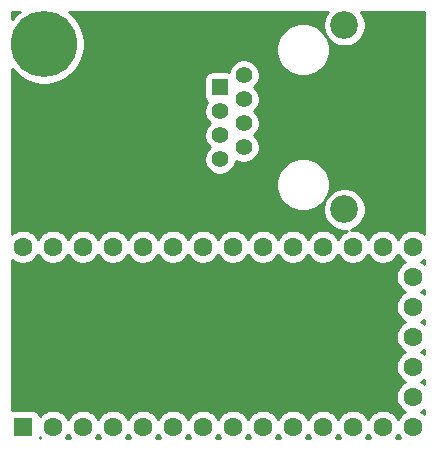
<source format=gbr>
%TF.GenerationSoftware,KiCad,Pcbnew,(5.1.8-0-10_14)*%
%TF.CreationDate,2021-03-11T09:37:04+11:00*%
%TF.ProjectId,Controller,436f6e74-726f-46c6-9c65-722e6b696361,rev?*%
%TF.SameCoordinates,Original*%
%TF.FileFunction,Copper,L2,Bot*%
%TF.FilePolarity,Positive*%
%FSLAX46Y46*%
G04 Gerber Fmt 4.6, Leading zero omitted, Abs format (unit mm)*
G04 Created by KiCad (PCBNEW (5.1.8-0-10_14)) date 2021-03-11 09:37:04*
%MOMM*%
%LPD*%
G01*
G04 APERTURE LIST*
%TA.AperFunction,ComponentPad*%
%ADD10R,1.398000X1.398000*%
%TD*%
%TA.AperFunction,ComponentPad*%
%ADD11C,1.398000*%
%TD*%
%TA.AperFunction,ComponentPad*%
%ADD12C,2.355000*%
%TD*%
%TA.AperFunction,ComponentPad*%
%ADD13C,1.600000*%
%TD*%
%TA.AperFunction,ComponentPad*%
%ADD14R,1.600000X1.600000*%
%TD*%
%TA.AperFunction,ComponentPad*%
%ADD15C,5.600000*%
%TD*%
%TA.AperFunction,NonConductor*%
%ADD16C,0.254000*%
%TD*%
%TA.AperFunction,NonConductor*%
%ADD17C,0.100000*%
%TD*%
G04 APERTURE END LIST*
D10*
%TO.P,J2,1*%
%TO.N,N/C*%
X145670000Y-82365000D03*
D11*
%TO.P,J2,2*%
X147700000Y-81345000D03*
%TO.P,J2,3*%
X147700000Y-83375000D03*
%TO.P,J2,4*%
X147700000Y-85405000D03*
%TO.P,J2,5*%
X145670000Y-84395000D03*
%TO.P,J2,6*%
X145670000Y-86425000D03*
%TO.P,J2,7*%
X145670000Y-88455000D03*
%TO.P,J2,8*%
X147700000Y-87435000D03*
D12*
%TO.P,J2,S1*%
X156210000Y-92700000D03*
%TO.P,J2,S2*%
X156210000Y-77100000D03*
%TD*%
D13*
%TO.P,U2,17*%
%TO.N,N/C*%
X162000000Y-103480000D03*
%TO.P,U2,18*%
X162000000Y-100940000D03*
%TO.P,U2,19*%
X162000000Y-98400000D03*
%TO.P,U2,20*%
X162000000Y-95860000D03*
%TO.P,U2,16*%
X162000000Y-106020000D03*
%TO.P,U2,15*%
X162000000Y-108560000D03*
%TO.P,U2,14*%
X162000000Y-111100000D03*
%TO.P,U2,21*%
X159460000Y-95860000D03*
%TO.P,U2,22*%
X156920000Y-95860000D03*
%TO.P,U2,23*%
X154380000Y-95860000D03*
%TO.P,U2,24*%
X151840000Y-95860000D03*
%TO.P,U2,25*%
X149300000Y-95860000D03*
%TO.P,U2,26*%
X146760000Y-95860000D03*
%TO.P,U2,27*%
X144220000Y-95860000D03*
%TO.P,U2,28*%
X141680000Y-95860000D03*
%TO.P,U2,29*%
X139140000Y-95860000D03*
%TO.P,U2,30*%
X136600000Y-95860000D03*
%TO.P,U2,31*%
X134060000Y-95860000D03*
%TO.P,U2,32*%
X131520000Y-95860000D03*
%TO.P,U2,33*%
X128980000Y-95860000D03*
%TO.P,U2,13*%
X159460000Y-111100000D03*
%TO.P,U2,12*%
X156920000Y-111100000D03*
%TO.P,U2,11*%
X154380000Y-111100000D03*
%TO.P,U2,10*%
X151840000Y-111100000D03*
%TO.P,U2,9*%
X149300000Y-111100000D03*
%TO.P,U2,8*%
X146760000Y-111100000D03*
%TO.P,U2,7*%
X144220000Y-111100000D03*
%TO.P,U2,6*%
X141680000Y-111100000D03*
%TO.P,U2,5*%
X139140000Y-111100000D03*
%TO.P,U2,4*%
X136600000Y-111100000D03*
%TO.P,U2,3*%
X134060000Y-111100000D03*
%TO.P,U2,2*%
X131520000Y-111100000D03*
D14*
%TO.P,U2,1*%
X128980000Y-111100000D03*
%TD*%
D15*
%TO.P,REF\u002A\u002A,1*%
%TO.N,N/C*%
X130800000Y-78700000D03*
%TD*%
D16*
X158345363Y-112014759D02*
X158370604Y-112040000D01*
X158009396Y-112040000D01*
X158034637Y-112014759D01*
X158190000Y-111782241D01*
X158345363Y-112014759D01*
%TA.AperFunction,NonConductor*%
D17*
G36*
X158345363Y-112014759D02*
G01*
X158370604Y-112040000D01*
X158009396Y-112040000D01*
X158034637Y-112014759D01*
X158190000Y-111782241D01*
X158345363Y-112014759D01*
G37*
%TD.AperFunction*%
D16*
X155805363Y-112014759D02*
X155830604Y-112040000D01*
X155469396Y-112040000D01*
X155494637Y-112014759D01*
X155650000Y-111782241D01*
X155805363Y-112014759D01*
%TA.AperFunction,NonConductor*%
D17*
G36*
X155805363Y-112014759D02*
G01*
X155830604Y-112040000D01*
X155469396Y-112040000D01*
X155494637Y-112014759D01*
X155650000Y-111782241D01*
X155805363Y-112014759D01*
G37*
%TD.AperFunction*%
D16*
X160885363Y-112014759D02*
X160910604Y-112040000D01*
X160549396Y-112040000D01*
X160574637Y-112014759D01*
X160730000Y-111782241D01*
X160885363Y-112014759D01*
%TA.AperFunction,NonConductor*%
D17*
G36*
X160885363Y-112014759D02*
G01*
X160910604Y-112040000D01*
X160549396Y-112040000D01*
X160574637Y-112014759D01*
X160730000Y-111782241D01*
X160885363Y-112014759D01*
G37*
%TD.AperFunction*%
D16*
X130430604Y-112040000D02*
X130401105Y-112040000D01*
X130405812Y-112024482D01*
X130406643Y-112016039D01*
X130430604Y-112040000D01*
%TA.AperFunction,NonConductor*%
D17*
G36*
X130430604Y-112040000D02*
G01*
X130401105Y-112040000D01*
X130405812Y-112024482D01*
X130406643Y-112016039D01*
X130430604Y-112040000D01*
G37*
%TD.AperFunction*%
D16*
X132945363Y-112014759D02*
X132970604Y-112040000D01*
X132609396Y-112040000D01*
X132634637Y-112014759D01*
X132790000Y-111782241D01*
X132945363Y-112014759D01*
%TA.AperFunction,NonConductor*%
D17*
G36*
X132945363Y-112014759D02*
G01*
X132970604Y-112040000D01*
X132609396Y-112040000D01*
X132634637Y-112014759D01*
X132790000Y-111782241D01*
X132945363Y-112014759D01*
G37*
%TD.AperFunction*%
D16*
X135485363Y-112014759D02*
X135510604Y-112040000D01*
X135149396Y-112040000D01*
X135174637Y-112014759D01*
X135330000Y-111782241D01*
X135485363Y-112014759D01*
%TA.AperFunction,NonConductor*%
D17*
G36*
X135485363Y-112014759D02*
G01*
X135510604Y-112040000D01*
X135149396Y-112040000D01*
X135174637Y-112014759D01*
X135330000Y-111782241D01*
X135485363Y-112014759D01*
G37*
%TD.AperFunction*%
D16*
X138025363Y-112014759D02*
X138050604Y-112040000D01*
X137689396Y-112040000D01*
X137714637Y-112014759D01*
X137870000Y-111782241D01*
X138025363Y-112014759D01*
%TA.AperFunction,NonConductor*%
D17*
G36*
X138025363Y-112014759D02*
G01*
X138050604Y-112040000D01*
X137689396Y-112040000D01*
X137714637Y-112014759D01*
X137870000Y-111782241D01*
X138025363Y-112014759D01*
G37*
%TD.AperFunction*%
D16*
X140565363Y-112014759D02*
X140590604Y-112040000D01*
X140229396Y-112040000D01*
X140254637Y-112014759D01*
X140410000Y-111782241D01*
X140565363Y-112014759D01*
%TA.AperFunction,NonConductor*%
D17*
G36*
X140565363Y-112014759D02*
G01*
X140590604Y-112040000D01*
X140229396Y-112040000D01*
X140254637Y-112014759D01*
X140410000Y-111782241D01*
X140565363Y-112014759D01*
G37*
%TD.AperFunction*%
D16*
X143105363Y-112014759D02*
X143130604Y-112040000D01*
X142769396Y-112040000D01*
X142794637Y-112014759D01*
X142950000Y-111782241D01*
X143105363Y-112014759D01*
%TA.AperFunction,NonConductor*%
D17*
G36*
X143105363Y-112014759D02*
G01*
X143130604Y-112040000D01*
X142769396Y-112040000D01*
X142794637Y-112014759D01*
X142950000Y-111782241D01*
X143105363Y-112014759D01*
G37*
%TD.AperFunction*%
D16*
X145645363Y-112014759D02*
X145670604Y-112040000D01*
X145309396Y-112040000D01*
X145334637Y-112014759D01*
X145490000Y-111782241D01*
X145645363Y-112014759D01*
%TA.AperFunction,NonConductor*%
D17*
G36*
X145645363Y-112014759D02*
G01*
X145670604Y-112040000D01*
X145309396Y-112040000D01*
X145334637Y-112014759D01*
X145490000Y-111782241D01*
X145645363Y-112014759D01*
G37*
%TD.AperFunction*%
D16*
X148185363Y-112014759D02*
X148210604Y-112040000D01*
X147849396Y-112040000D01*
X147874637Y-112014759D01*
X148030000Y-111782241D01*
X148185363Y-112014759D01*
%TA.AperFunction,NonConductor*%
D17*
G36*
X148185363Y-112014759D02*
G01*
X148210604Y-112040000D01*
X147849396Y-112040000D01*
X147874637Y-112014759D01*
X148030000Y-111782241D01*
X148185363Y-112014759D01*
G37*
%TD.AperFunction*%
D16*
X150725363Y-112014759D02*
X150750604Y-112040000D01*
X150389396Y-112040000D01*
X150414637Y-112014759D01*
X150570000Y-111782241D01*
X150725363Y-112014759D01*
%TA.AperFunction,NonConductor*%
D17*
G36*
X150725363Y-112014759D02*
G01*
X150750604Y-112040000D01*
X150389396Y-112040000D01*
X150414637Y-112014759D01*
X150570000Y-111782241D01*
X150725363Y-112014759D01*
G37*
%TD.AperFunction*%
D16*
X153265363Y-112014759D02*
X153290604Y-112040000D01*
X152929396Y-112040000D01*
X152954637Y-112014759D01*
X153110000Y-111782241D01*
X153265363Y-112014759D01*
%TA.AperFunction,NonConductor*%
D17*
G36*
X153265363Y-112014759D02*
G01*
X153290604Y-112040000D01*
X152929396Y-112040000D01*
X152954637Y-112014759D01*
X153110000Y-111782241D01*
X153265363Y-112014759D01*
G37*
%TD.AperFunction*%
D16*
X160885363Y-96774759D02*
X161085241Y-96974637D01*
X161317759Y-97130000D01*
X161085241Y-97285363D01*
X160885363Y-97485241D01*
X160728320Y-97720273D01*
X160620147Y-97981426D01*
X160565000Y-98258665D01*
X160565000Y-98541335D01*
X160620147Y-98818574D01*
X160728320Y-99079727D01*
X160885363Y-99314759D01*
X161085241Y-99514637D01*
X161317759Y-99670000D01*
X161085241Y-99825363D01*
X160885363Y-100025241D01*
X160728320Y-100260273D01*
X160620147Y-100521426D01*
X160565000Y-100798665D01*
X160565000Y-101081335D01*
X160620147Y-101358574D01*
X160728320Y-101619727D01*
X160885363Y-101854759D01*
X161085241Y-102054637D01*
X161317759Y-102210000D01*
X161085241Y-102365363D01*
X160885363Y-102565241D01*
X160728320Y-102800273D01*
X160620147Y-103061426D01*
X160565000Y-103338665D01*
X160565000Y-103621335D01*
X160620147Y-103898574D01*
X160728320Y-104159727D01*
X160885363Y-104394759D01*
X161085241Y-104594637D01*
X161317759Y-104750000D01*
X161085241Y-104905363D01*
X160885363Y-105105241D01*
X160728320Y-105340273D01*
X160620147Y-105601426D01*
X160565000Y-105878665D01*
X160565000Y-106161335D01*
X160620147Y-106438574D01*
X160728320Y-106699727D01*
X160885363Y-106934759D01*
X161085241Y-107134637D01*
X161317759Y-107290000D01*
X161085241Y-107445363D01*
X160885363Y-107645241D01*
X160728320Y-107880273D01*
X160620147Y-108141426D01*
X160565000Y-108418665D01*
X160565000Y-108701335D01*
X160620147Y-108978574D01*
X160728320Y-109239727D01*
X160885363Y-109474759D01*
X161085241Y-109674637D01*
X161317759Y-109830000D01*
X161085241Y-109985363D01*
X160885363Y-110185241D01*
X160730000Y-110417759D01*
X160574637Y-110185241D01*
X160374759Y-109985363D01*
X160139727Y-109828320D01*
X159878574Y-109720147D01*
X159601335Y-109665000D01*
X159318665Y-109665000D01*
X159041426Y-109720147D01*
X158780273Y-109828320D01*
X158545241Y-109985363D01*
X158345363Y-110185241D01*
X158190000Y-110417759D01*
X158034637Y-110185241D01*
X157834759Y-109985363D01*
X157599727Y-109828320D01*
X157338574Y-109720147D01*
X157061335Y-109665000D01*
X156778665Y-109665000D01*
X156501426Y-109720147D01*
X156240273Y-109828320D01*
X156005241Y-109985363D01*
X155805363Y-110185241D01*
X155650000Y-110417759D01*
X155494637Y-110185241D01*
X155294759Y-109985363D01*
X155059727Y-109828320D01*
X154798574Y-109720147D01*
X154521335Y-109665000D01*
X154238665Y-109665000D01*
X153961426Y-109720147D01*
X153700273Y-109828320D01*
X153465241Y-109985363D01*
X153265363Y-110185241D01*
X153110000Y-110417759D01*
X152954637Y-110185241D01*
X152754759Y-109985363D01*
X152519727Y-109828320D01*
X152258574Y-109720147D01*
X151981335Y-109665000D01*
X151698665Y-109665000D01*
X151421426Y-109720147D01*
X151160273Y-109828320D01*
X150925241Y-109985363D01*
X150725363Y-110185241D01*
X150570000Y-110417759D01*
X150414637Y-110185241D01*
X150214759Y-109985363D01*
X149979727Y-109828320D01*
X149718574Y-109720147D01*
X149441335Y-109665000D01*
X149158665Y-109665000D01*
X148881426Y-109720147D01*
X148620273Y-109828320D01*
X148385241Y-109985363D01*
X148185363Y-110185241D01*
X148030000Y-110417759D01*
X147874637Y-110185241D01*
X147674759Y-109985363D01*
X147439727Y-109828320D01*
X147178574Y-109720147D01*
X146901335Y-109665000D01*
X146618665Y-109665000D01*
X146341426Y-109720147D01*
X146080273Y-109828320D01*
X145845241Y-109985363D01*
X145645363Y-110185241D01*
X145490000Y-110417759D01*
X145334637Y-110185241D01*
X145134759Y-109985363D01*
X144899727Y-109828320D01*
X144638574Y-109720147D01*
X144361335Y-109665000D01*
X144078665Y-109665000D01*
X143801426Y-109720147D01*
X143540273Y-109828320D01*
X143305241Y-109985363D01*
X143105363Y-110185241D01*
X142950000Y-110417759D01*
X142794637Y-110185241D01*
X142594759Y-109985363D01*
X142359727Y-109828320D01*
X142098574Y-109720147D01*
X141821335Y-109665000D01*
X141538665Y-109665000D01*
X141261426Y-109720147D01*
X141000273Y-109828320D01*
X140765241Y-109985363D01*
X140565363Y-110185241D01*
X140410000Y-110417759D01*
X140254637Y-110185241D01*
X140054759Y-109985363D01*
X139819727Y-109828320D01*
X139558574Y-109720147D01*
X139281335Y-109665000D01*
X138998665Y-109665000D01*
X138721426Y-109720147D01*
X138460273Y-109828320D01*
X138225241Y-109985363D01*
X138025363Y-110185241D01*
X137870000Y-110417759D01*
X137714637Y-110185241D01*
X137514759Y-109985363D01*
X137279727Y-109828320D01*
X137018574Y-109720147D01*
X136741335Y-109665000D01*
X136458665Y-109665000D01*
X136181426Y-109720147D01*
X135920273Y-109828320D01*
X135685241Y-109985363D01*
X135485363Y-110185241D01*
X135330000Y-110417759D01*
X135174637Y-110185241D01*
X134974759Y-109985363D01*
X134739727Y-109828320D01*
X134478574Y-109720147D01*
X134201335Y-109665000D01*
X133918665Y-109665000D01*
X133641426Y-109720147D01*
X133380273Y-109828320D01*
X133145241Y-109985363D01*
X132945363Y-110185241D01*
X132790000Y-110417759D01*
X132634637Y-110185241D01*
X132434759Y-109985363D01*
X132199727Y-109828320D01*
X131938574Y-109720147D01*
X131661335Y-109665000D01*
X131378665Y-109665000D01*
X131101426Y-109720147D01*
X130840273Y-109828320D01*
X130605241Y-109985363D01*
X130406643Y-110183961D01*
X130405812Y-110175518D01*
X130369502Y-110055820D01*
X130310537Y-109945506D01*
X130231185Y-109848815D01*
X130134494Y-109769463D01*
X130024180Y-109710498D01*
X129904482Y-109674188D01*
X129780000Y-109661928D01*
X128180000Y-109661928D01*
X128060000Y-109673747D01*
X128060000Y-96969396D01*
X128065241Y-96974637D01*
X128300273Y-97131680D01*
X128561426Y-97239853D01*
X128838665Y-97295000D01*
X129121335Y-97295000D01*
X129398574Y-97239853D01*
X129659727Y-97131680D01*
X129894759Y-96974637D01*
X130094637Y-96774759D01*
X130250000Y-96542241D01*
X130405363Y-96774759D01*
X130605241Y-96974637D01*
X130840273Y-97131680D01*
X131101426Y-97239853D01*
X131378665Y-97295000D01*
X131661335Y-97295000D01*
X131938574Y-97239853D01*
X132199727Y-97131680D01*
X132434759Y-96974637D01*
X132634637Y-96774759D01*
X132790000Y-96542241D01*
X132945363Y-96774759D01*
X133145241Y-96974637D01*
X133380273Y-97131680D01*
X133641426Y-97239853D01*
X133918665Y-97295000D01*
X134201335Y-97295000D01*
X134478574Y-97239853D01*
X134739727Y-97131680D01*
X134974759Y-96974637D01*
X135174637Y-96774759D01*
X135330000Y-96542241D01*
X135485363Y-96774759D01*
X135685241Y-96974637D01*
X135920273Y-97131680D01*
X136181426Y-97239853D01*
X136458665Y-97295000D01*
X136741335Y-97295000D01*
X137018574Y-97239853D01*
X137279727Y-97131680D01*
X137514759Y-96974637D01*
X137714637Y-96774759D01*
X137870000Y-96542241D01*
X138025363Y-96774759D01*
X138225241Y-96974637D01*
X138460273Y-97131680D01*
X138721426Y-97239853D01*
X138998665Y-97295000D01*
X139281335Y-97295000D01*
X139558574Y-97239853D01*
X139819727Y-97131680D01*
X140054759Y-96974637D01*
X140254637Y-96774759D01*
X140410000Y-96542241D01*
X140565363Y-96774759D01*
X140765241Y-96974637D01*
X141000273Y-97131680D01*
X141261426Y-97239853D01*
X141538665Y-97295000D01*
X141821335Y-97295000D01*
X142098574Y-97239853D01*
X142359727Y-97131680D01*
X142594759Y-96974637D01*
X142794637Y-96774759D01*
X142950000Y-96542241D01*
X143105363Y-96774759D01*
X143305241Y-96974637D01*
X143540273Y-97131680D01*
X143801426Y-97239853D01*
X144078665Y-97295000D01*
X144361335Y-97295000D01*
X144638574Y-97239853D01*
X144899727Y-97131680D01*
X145134759Y-96974637D01*
X145334637Y-96774759D01*
X145490000Y-96542241D01*
X145645363Y-96774759D01*
X145845241Y-96974637D01*
X146080273Y-97131680D01*
X146341426Y-97239853D01*
X146618665Y-97295000D01*
X146901335Y-97295000D01*
X147178574Y-97239853D01*
X147439727Y-97131680D01*
X147674759Y-96974637D01*
X147874637Y-96774759D01*
X148030000Y-96542241D01*
X148185363Y-96774759D01*
X148385241Y-96974637D01*
X148620273Y-97131680D01*
X148881426Y-97239853D01*
X149158665Y-97295000D01*
X149441335Y-97295000D01*
X149718574Y-97239853D01*
X149979727Y-97131680D01*
X150214759Y-96974637D01*
X150414637Y-96774759D01*
X150570000Y-96542241D01*
X150725363Y-96774759D01*
X150925241Y-96974637D01*
X151160273Y-97131680D01*
X151421426Y-97239853D01*
X151698665Y-97295000D01*
X151981335Y-97295000D01*
X152258574Y-97239853D01*
X152519727Y-97131680D01*
X152754759Y-96974637D01*
X152954637Y-96774759D01*
X153110000Y-96542241D01*
X153265363Y-96774759D01*
X153465241Y-96974637D01*
X153700273Y-97131680D01*
X153961426Y-97239853D01*
X154238665Y-97295000D01*
X154521335Y-97295000D01*
X154798574Y-97239853D01*
X155059727Y-97131680D01*
X155294759Y-96974637D01*
X155494637Y-96774759D01*
X155650000Y-96542241D01*
X155805363Y-96774759D01*
X156005241Y-96974637D01*
X156240273Y-97131680D01*
X156501426Y-97239853D01*
X156778665Y-97295000D01*
X157061335Y-97295000D01*
X157338574Y-97239853D01*
X157599727Y-97131680D01*
X157834759Y-96974637D01*
X158034637Y-96774759D01*
X158190000Y-96542241D01*
X158345363Y-96774759D01*
X158545241Y-96974637D01*
X158780273Y-97131680D01*
X159041426Y-97239853D01*
X159318665Y-97295000D01*
X159601335Y-97295000D01*
X159878574Y-97239853D01*
X160139727Y-97131680D01*
X160374759Y-96974637D01*
X160574637Y-96774759D01*
X160730000Y-96542241D01*
X160885363Y-96774759D01*
%TA.AperFunction,NonConductor*%
D17*
G36*
X160885363Y-96774759D02*
G01*
X161085241Y-96974637D01*
X161317759Y-97130000D01*
X161085241Y-97285363D01*
X160885363Y-97485241D01*
X160728320Y-97720273D01*
X160620147Y-97981426D01*
X160565000Y-98258665D01*
X160565000Y-98541335D01*
X160620147Y-98818574D01*
X160728320Y-99079727D01*
X160885363Y-99314759D01*
X161085241Y-99514637D01*
X161317759Y-99670000D01*
X161085241Y-99825363D01*
X160885363Y-100025241D01*
X160728320Y-100260273D01*
X160620147Y-100521426D01*
X160565000Y-100798665D01*
X160565000Y-101081335D01*
X160620147Y-101358574D01*
X160728320Y-101619727D01*
X160885363Y-101854759D01*
X161085241Y-102054637D01*
X161317759Y-102210000D01*
X161085241Y-102365363D01*
X160885363Y-102565241D01*
X160728320Y-102800273D01*
X160620147Y-103061426D01*
X160565000Y-103338665D01*
X160565000Y-103621335D01*
X160620147Y-103898574D01*
X160728320Y-104159727D01*
X160885363Y-104394759D01*
X161085241Y-104594637D01*
X161317759Y-104750000D01*
X161085241Y-104905363D01*
X160885363Y-105105241D01*
X160728320Y-105340273D01*
X160620147Y-105601426D01*
X160565000Y-105878665D01*
X160565000Y-106161335D01*
X160620147Y-106438574D01*
X160728320Y-106699727D01*
X160885363Y-106934759D01*
X161085241Y-107134637D01*
X161317759Y-107290000D01*
X161085241Y-107445363D01*
X160885363Y-107645241D01*
X160728320Y-107880273D01*
X160620147Y-108141426D01*
X160565000Y-108418665D01*
X160565000Y-108701335D01*
X160620147Y-108978574D01*
X160728320Y-109239727D01*
X160885363Y-109474759D01*
X161085241Y-109674637D01*
X161317759Y-109830000D01*
X161085241Y-109985363D01*
X160885363Y-110185241D01*
X160730000Y-110417759D01*
X160574637Y-110185241D01*
X160374759Y-109985363D01*
X160139727Y-109828320D01*
X159878574Y-109720147D01*
X159601335Y-109665000D01*
X159318665Y-109665000D01*
X159041426Y-109720147D01*
X158780273Y-109828320D01*
X158545241Y-109985363D01*
X158345363Y-110185241D01*
X158190000Y-110417759D01*
X158034637Y-110185241D01*
X157834759Y-109985363D01*
X157599727Y-109828320D01*
X157338574Y-109720147D01*
X157061335Y-109665000D01*
X156778665Y-109665000D01*
X156501426Y-109720147D01*
X156240273Y-109828320D01*
X156005241Y-109985363D01*
X155805363Y-110185241D01*
X155650000Y-110417759D01*
X155494637Y-110185241D01*
X155294759Y-109985363D01*
X155059727Y-109828320D01*
X154798574Y-109720147D01*
X154521335Y-109665000D01*
X154238665Y-109665000D01*
X153961426Y-109720147D01*
X153700273Y-109828320D01*
X153465241Y-109985363D01*
X153265363Y-110185241D01*
X153110000Y-110417759D01*
X152954637Y-110185241D01*
X152754759Y-109985363D01*
X152519727Y-109828320D01*
X152258574Y-109720147D01*
X151981335Y-109665000D01*
X151698665Y-109665000D01*
X151421426Y-109720147D01*
X151160273Y-109828320D01*
X150925241Y-109985363D01*
X150725363Y-110185241D01*
X150570000Y-110417759D01*
X150414637Y-110185241D01*
X150214759Y-109985363D01*
X149979727Y-109828320D01*
X149718574Y-109720147D01*
X149441335Y-109665000D01*
X149158665Y-109665000D01*
X148881426Y-109720147D01*
X148620273Y-109828320D01*
X148385241Y-109985363D01*
X148185363Y-110185241D01*
X148030000Y-110417759D01*
X147874637Y-110185241D01*
X147674759Y-109985363D01*
X147439727Y-109828320D01*
X147178574Y-109720147D01*
X146901335Y-109665000D01*
X146618665Y-109665000D01*
X146341426Y-109720147D01*
X146080273Y-109828320D01*
X145845241Y-109985363D01*
X145645363Y-110185241D01*
X145490000Y-110417759D01*
X145334637Y-110185241D01*
X145134759Y-109985363D01*
X144899727Y-109828320D01*
X144638574Y-109720147D01*
X144361335Y-109665000D01*
X144078665Y-109665000D01*
X143801426Y-109720147D01*
X143540273Y-109828320D01*
X143305241Y-109985363D01*
X143105363Y-110185241D01*
X142950000Y-110417759D01*
X142794637Y-110185241D01*
X142594759Y-109985363D01*
X142359727Y-109828320D01*
X142098574Y-109720147D01*
X141821335Y-109665000D01*
X141538665Y-109665000D01*
X141261426Y-109720147D01*
X141000273Y-109828320D01*
X140765241Y-109985363D01*
X140565363Y-110185241D01*
X140410000Y-110417759D01*
X140254637Y-110185241D01*
X140054759Y-109985363D01*
X139819727Y-109828320D01*
X139558574Y-109720147D01*
X139281335Y-109665000D01*
X138998665Y-109665000D01*
X138721426Y-109720147D01*
X138460273Y-109828320D01*
X138225241Y-109985363D01*
X138025363Y-110185241D01*
X137870000Y-110417759D01*
X137714637Y-110185241D01*
X137514759Y-109985363D01*
X137279727Y-109828320D01*
X137018574Y-109720147D01*
X136741335Y-109665000D01*
X136458665Y-109665000D01*
X136181426Y-109720147D01*
X135920273Y-109828320D01*
X135685241Y-109985363D01*
X135485363Y-110185241D01*
X135330000Y-110417759D01*
X135174637Y-110185241D01*
X134974759Y-109985363D01*
X134739727Y-109828320D01*
X134478574Y-109720147D01*
X134201335Y-109665000D01*
X133918665Y-109665000D01*
X133641426Y-109720147D01*
X133380273Y-109828320D01*
X133145241Y-109985363D01*
X132945363Y-110185241D01*
X132790000Y-110417759D01*
X132634637Y-110185241D01*
X132434759Y-109985363D01*
X132199727Y-109828320D01*
X131938574Y-109720147D01*
X131661335Y-109665000D01*
X131378665Y-109665000D01*
X131101426Y-109720147D01*
X130840273Y-109828320D01*
X130605241Y-109985363D01*
X130406643Y-110183961D01*
X130405812Y-110175518D01*
X130369502Y-110055820D01*
X130310537Y-109945506D01*
X130231185Y-109848815D01*
X130134494Y-109769463D01*
X130024180Y-109710498D01*
X129904482Y-109674188D01*
X129780000Y-109661928D01*
X128180000Y-109661928D01*
X128060000Y-109673747D01*
X128060000Y-96969396D01*
X128065241Y-96974637D01*
X128300273Y-97131680D01*
X128561426Y-97239853D01*
X128838665Y-97295000D01*
X129121335Y-97295000D01*
X129398574Y-97239853D01*
X129659727Y-97131680D01*
X129894759Y-96974637D01*
X130094637Y-96774759D01*
X130250000Y-96542241D01*
X130405363Y-96774759D01*
X130605241Y-96974637D01*
X130840273Y-97131680D01*
X131101426Y-97239853D01*
X131378665Y-97295000D01*
X131661335Y-97295000D01*
X131938574Y-97239853D01*
X132199727Y-97131680D01*
X132434759Y-96974637D01*
X132634637Y-96774759D01*
X132790000Y-96542241D01*
X132945363Y-96774759D01*
X133145241Y-96974637D01*
X133380273Y-97131680D01*
X133641426Y-97239853D01*
X133918665Y-97295000D01*
X134201335Y-97295000D01*
X134478574Y-97239853D01*
X134739727Y-97131680D01*
X134974759Y-96974637D01*
X135174637Y-96774759D01*
X135330000Y-96542241D01*
X135485363Y-96774759D01*
X135685241Y-96974637D01*
X135920273Y-97131680D01*
X136181426Y-97239853D01*
X136458665Y-97295000D01*
X136741335Y-97295000D01*
X137018574Y-97239853D01*
X137279727Y-97131680D01*
X137514759Y-96974637D01*
X137714637Y-96774759D01*
X137870000Y-96542241D01*
X138025363Y-96774759D01*
X138225241Y-96974637D01*
X138460273Y-97131680D01*
X138721426Y-97239853D01*
X138998665Y-97295000D01*
X139281335Y-97295000D01*
X139558574Y-97239853D01*
X139819727Y-97131680D01*
X140054759Y-96974637D01*
X140254637Y-96774759D01*
X140410000Y-96542241D01*
X140565363Y-96774759D01*
X140765241Y-96974637D01*
X141000273Y-97131680D01*
X141261426Y-97239853D01*
X141538665Y-97295000D01*
X141821335Y-97295000D01*
X142098574Y-97239853D01*
X142359727Y-97131680D01*
X142594759Y-96974637D01*
X142794637Y-96774759D01*
X142950000Y-96542241D01*
X143105363Y-96774759D01*
X143305241Y-96974637D01*
X143540273Y-97131680D01*
X143801426Y-97239853D01*
X144078665Y-97295000D01*
X144361335Y-97295000D01*
X144638574Y-97239853D01*
X144899727Y-97131680D01*
X145134759Y-96974637D01*
X145334637Y-96774759D01*
X145490000Y-96542241D01*
X145645363Y-96774759D01*
X145845241Y-96974637D01*
X146080273Y-97131680D01*
X146341426Y-97239853D01*
X146618665Y-97295000D01*
X146901335Y-97295000D01*
X147178574Y-97239853D01*
X147439727Y-97131680D01*
X147674759Y-96974637D01*
X147874637Y-96774759D01*
X148030000Y-96542241D01*
X148185363Y-96774759D01*
X148385241Y-96974637D01*
X148620273Y-97131680D01*
X148881426Y-97239853D01*
X149158665Y-97295000D01*
X149441335Y-97295000D01*
X149718574Y-97239853D01*
X149979727Y-97131680D01*
X150214759Y-96974637D01*
X150414637Y-96774759D01*
X150570000Y-96542241D01*
X150725363Y-96774759D01*
X150925241Y-96974637D01*
X151160273Y-97131680D01*
X151421426Y-97239853D01*
X151698665Y-97295000D01*
X151981335Y-97295000D01*
X152258574Y-97239853D01*
X152519727Y-97131680D01*
X152754759Y-96974637D01*
X152954637Y-96774759D01*
X153110000Y-96542241D01*
X153265363Y-96774759D01*
X153465241Y-96974637D01*
X153700273Y-97131680D01*
X153961426Y-97239853D01*
X154238665Y-97295000D01*
X154521335Y-97295000D01*
X154798574Y-97239853D01*
X155059727Y-97131680D01*
X155294759Y-96974637D01*
X155494637Y-96774759D01*
X155650000Y-96542241D01*
X155805363Y-96774759D01*
X156005241Y-96974637D01*
X156240273Y-97131680D01*
X156501426Y-97239853D01*
X156778665Y-97295000D01*
X157061335Y-97295000D01*
X157338574Y-97239853D01*
X157599727Y-97131680D01*
X157834759Y-96974637D01*
X158034637Y-96774759D01*
X158190000Y-96542241D01*
X158345363Y-96774759D01*
X158545241Y-96974637D01*
X158780273Y-97131680D01*
X159041426Y-97239853D01*
X159318665Y-97295000D01*
X159601335Y-97295000D01*
X159878574Y-97239853D01*
X160139727Y-97131680D01*
X160374759Y-96974637D01*
X160574637Y-96774759D01*
X160730000Y-96542241D01*
X160885363Y-96774759D01*
G37*
%TD.AperFunction*%
D16*
X162940001Y-110010605D02*
X162914759Y-109985363D01*
X162682241Y-109830000D01*
X162914759Y-109674637D01*
X162940001Y-109649395D01*
X162940001Y-110010605D01*
%TA.AperFunction,NonConductor*%
D17*
G36*
X162940001Y-110010605D02*
G01*
X162914759Y-109985363D01*
X162682241Y-109830000D01*
X162914759Y-109674637D01*
X162940001Y-109649395D01*
X162940001Y-110010605D01*
G37*
%TD.AperFunction*%
D16*
X162940001Y-107470605D02*
X162914759Y-107445363D01*
X162682241Y-107290000D01*
X162914759Y-107134637D01*
X162940001Y-107109395D01*
X162940001Y-107470605D01*
%TA.AperFunction,NonConductor*%
D17*
G36*
X162940001Y-107470605D02*
G01*
X162914759Y-107445363D01*
X162682241Y-107290000D01*
X162914759Y-107134637D01*
X162940001Y-107109395D01*
X162940001Y-107470605D01*
G37*
%TD.AperFunction*%
D16*
X162940001Y-104930605D02*
X162914759Y-104905363D01*
X162682241Y-104750000D01*
X162914759Y-104594637D01*
X162940001Y-104569395D01*
X162940001Y-104930605D01*
%TA.AperFunction,NonConductor*%
D17*
G36*
X162940001Y-104930605D02*
G01*
X162914759Y-104905363D01*
X162682241Y-104750000D01*
X162914759Y-104594637D01*
X162940001Y-104569395D01*
X162940001Y-104930605D01*
G37*
%TD.AperFunction*%
D16*
X162940001Y-102390605D02*
X162914759Y-102365363D01*
X162682241Y-102210000D01*
X162914759Y-102054637D01*
X162940001Y-102029395D01*
X162940001Y-102390605D01*
%TA.AperFunction,NonConductor*%
D17*
G36*
X162940001Y-102390605D02*
G01*
X162914759Y-102365363D01*
X162682241Y-102210000D01*
X162914759Y-102054637D01*
X162940001Y-102029395D01*
X162940001Y-102390605D01*
G37*
%TD.AperFunction*%
D16*
X162940001Y-99850605D02*
X162914759Y-99825363D01*
X162682241Y-99670000D01*
X162914759Y-99514637D01*
X162940001Y-99489395D01*
X162940001Y-99850605D01*
%TA.AperFunction,NonConductor*%
D17*
G36*
X162940001Y-99850605D02*
G01*
X162914759Y-99825363D01*
X162682241Y-99670000D01*
X162914759Y-99514637D01*
X162940001Y-99489395D01*
X162940001Y-99850605D01*
G37*
%TD.AperFunction*%
D16*
X162940001Y-97310605D02*
X162914759Y-97285363D01*
X162682241Y-97130000D01*
X162914759Y-96974637D01*
X162940001Y-96949395D01*
X162940001Y-97310605D01*
%TA.AperFunction,NonConductor*%
D17*
G36*
X162940001Y-97310605D02*
G01*
X162914759Y-97285363D01*
X162682241Y-97130000D01*
X162914759Y-96974637D01*
X162940001Y-96949395D01*
X162940001Y-97310605D01*
G37*
%TD.AperFunction*%
D16*
X154603783Y-76241459D02*
X154467153Y-76571313D01*
X154397500Y-76921484D01*
X154397500Y-77278516D01*
X154467153Y-77628687D01*
X154603783Y-77958541D01*
X154802139Y-78255401D01*
X155054599Y-78507861D01*
X155351459Y-78706217D01*
X155681313Y-78842847D01*
X156031484Y-78912500D01*
X156388516Y-78912500D01*
X156738687Y-78842847D01*
X157068541Y-78706217D01*
X157365401Y-78507861D01*
X157617861Y-78255401D01*
X157816217Y-77958541D01*
X157952847Y-77628687D01*
X158022500Y-77278516D01*
X158022500Y-76921484D01*
X157952847Y-76571313D01*
X157816217Y-76241459D01*
X157628152Y-75960000D01*
X162940000Y-75960000D01*
X162940001Y-94770605D01*
X162914759Y-94745363D01*
X162679727Y-94588320D01*
X162418574Y-94480147D01*
X162141335Y-94425000D01*
X161858665Y-94425000D01*
X161581426Y-94480147D01*
X161320273Y-94588320D01*
X161085241Y-94745363D01*
X160885363Y-94945241D01*
X160730000Y-95177759D01*
X160574637Y-94945241D01*
X160374759Y-94745363D01*
X160139727Y-94588320D01*
X159878574Y-94480147D01*
X159601335Y-94425000D01*
X159318665Y-94425000D01*
X159041426Y-94480147D01*
X158780273Y-94588320D01*
X158545241Y-94745363D01*
X158345363Y-94945241D01*
X158190000Y-95177759D01*
X158034637Y-94945241D01*
X157834759Y-94745363D01*
X157599727Y-94588320D01*
X157338574Y-94480147D01*
X157061335Y-94425000D01*
X156781773Y-94425000D01*
X157068541Y-94306217D01*
X157365401Y-94107861D01*
X157617861Y-93855401D01*
X157816217Y-93558541D01*
X157952847Y-93228687D01*
X158022500Y-92878516D01*
X158022500Y-92521484D01*
X157952847Y-92171313D01*
X157816217Y-91841459D01*
X157617861Y-91544599D01*
X157365401Y-91292139D01*
X157068541Y-91093783D01*
X156738687Y-90957153D01*
X156388516Y-90887500D01*
X156031484Y-90887500D01*
X155681313Y-90957153D01*
X155351459Y-91093783D01*
X155054599Y-91292139D01*
X154802139Y-91544599D01*
X154603783Y-91841459D01*
X154467153Y-92171313D01*
X154397500Y-92521484D01*
X154397500Y-92878516D01*
X154467153Y-93228687D01*
X154603783Y-93558541D01*
X154802139Y-93855401D01*
X155054599Y-94107861D01*
X155351459Y-94306217D01*
X155681313Y-94442847D01*
X156031484Y-94512500D01*
X156388516Y-94512500D01*
X156455472Y-94499182D01*
X156240273Y-94588320D01*
X156005241Y-94745363D01*
X155805363Y-94945241D01*
X155650000Y-95177759D01*
X155494637Y-94945241D01*
X155294759Y-94745363D01*
X155059727Y-94588320D01*
X154798574Y-94480147D01*
X154521335Y-94425000D01*
X154238665Y-94425000D01*
X153961426Y-94480147D01*
X153700273Y-94588320D01*
X153465241Y-94745363D01*
X153265363Y-94945241D01*
X153110000Y-95177759D01*
X152954637Y-94945241D01*
X152754759Y-94745363D01*
X152519727Y-94588320D01*
X152258574Y-94480147D01*
X151981335Y-94425000D01*
X151698665Y-94425000D01*
X151421426Y-94480147D01*
X151160273Y-94588320D01*
X150925241Y-94745363D01*
X150725363Y-94945241D01*
X150570000Y-95177759D01*
X150414637Y-94945241D01*
X150214759Y-94745363D01*
X149979727Y-94588320D01*
X149718574Y-94480147D01*
X149441335Y-94425000D01*
X149158665Y-94425000D01*
X148881426Y-94480147D01*
X148620273Y-94588320D01*
X148385241Y-94745363D01*
X148185363Y-94945241D01*
X148030000Y-95177759D01*
X147874637Y-94945241D01*
X147674759Y-94745363D01*
X147439727Y-94588320D01*
X147178574Y-94480147D01*
X146901335Y-94425000D01*
X146618665Y-94425000D01*
X146341426Y-94480147D01*
X146080273Y-94588320D01*
X145845241Y-94745363D01*
X145645363Y-94945241D01*
X145490000Y-95177759D01*
X145334637Y-94945241D01*
X145134759Y-94745363D01*
X144899727Y-94588320D01*
X144638574Y-94480147D01*
X144361335Y-94425000D01*
X144078665Y-94425000D01*
X143801426Y-94480147D01*
X143540273Y-94588320D01*
X143305241Y-94745363D01*
X143105363Y-94945241D01*
X142950000Y-95177759D01*
X142794637Y-94945241D01*
X142594759Y-94745363D01*
X142359727Y-94588320D01*
X142098574Y-94480147D01*
X141821335Y-94425000D01*
X141538665Y-94425000D01*
X141261426Y-94480147D01*
X141000273Y-94588320D01*
X140765241Y-94745363D01*
X140565363Y-94945241D01*
X140410000Y-95177759D01*
X140254637Y-94945241D01*
X140054759Y-94745363D01*
X139819727Y-94588320D01*
X139558574Y-94480147D01*
X139281335Y-94425000D01*
X138998665Y-94425000D01*
X138721426Y-94480147D01*
X138460273Y-94588320D01*
X138225241Y-94745363D01*
X138025363Y-94945241D01*
X137870000Y-95177759D01*
X137714637Y-94945241D01*
X137514759Y-94745363D01*
X137279727Y-94588320D01*
X137018574Y-94480147D01*
X136741335Y-94425000D01*
X136458665Y-94425000D01*
X136181426Y-94480147D01*
X135920273Y-94588320D01*
X135685241Y-94745363D01*
X135485363Y-94945241D01*
X135330000Y-95177759D01*
X135174637Y-94945241D01*
X134974759Y-94745363D01*
X134739727Y-94588320D01*
X134478574Y-94480147D01*
X134201335Y-94425000D01*
X133918665Y-94425000D01*
X133641426Y-94480147D01*
X133380273Y-94588320D01*
X133145241Y-94745363D01*
X132945363Y-94945241D01*
X132790000Y-95177759D01*
X132634637Y-94945241D01*
X132434759Y-94745363D01*
X132199727Y-94588320D01*
X131938574Y-94480147D01*
X131661335Y-94425000D01*
X131378665Y-94425000D01*
X131101426Y-94480147D01*
X130840273Y-94588320D01*
X130605241Y-94745363D01*
X130405363Y-94945241D01*
X130250000Y-95177759D01*
X130094637Y-94945241D01*
X129894759Y-94745363D01*
X129659727Y-94588320D01*
X129398574Y-94480147D01*
X129121335Y-94425000D01*
X128838665Y-94425000D01*
X128561426Y-94480147D01*
X128300273Y-94588320D01*
X128065241Y-94745363D01*
X128060000Y-94750604D01*
X128060000Y-90392409D01*
X150440000Y-90392409D01*
X150440000Y-90837591D01*
X150526851Y-91274218D01*
X150697214Y-91685511D01*
X150944544Y-92055666D01*
X151259334Y-92370456D01*
X151629489Y-92617786D01*
X152040782Y-92788149D01*
X152477409Y-92875000D01*
X152922591Y-92875000D01*
X153359218Y-92788149D01*
X153770511Y-92617786D01*
X154140666Y-92370456D01*
X154455456Y-92055666D01*
X154702786Y-91685511D01*
X154873149Y-91274218D01*
X154960000Y-90837591D01*
X154960000Y-90392409D01*
X154873149Y-89955782D01*
X154702786Y-89544489D01*
X154455456Y-89174334D01*
X154140666Y-88859544D01*
X153770511Y-88612214D01*
X153359218Y-88441851D01*
X152922591Y-88355000D01*
X152477409Y-88355000D01*
X152040782Y-88441851D01*
X151629489Y-88612214D01*
X151259334Y-88859544D01*
X150944544Y-89174334D01*
X150697214Y-89544489D01*
X150526851Y-89955782D01*
X150440000Y-90392409D01*
X128060000Y-90392409D01*
X128060000Y-80782136D01*
X128131862Y-80889685D01*
X128610315Y-81368138D01*
X129172918Y-81744057D01*
X129798048Y-82002994D01*
X130461682Y-82135000D01*
X131138318Y-82135000D01*
X131801952Y-82002994D01*
X132427082Y-81744057D01*
X132543902Y-81666000D01*
X144332928Y-81666000D01*
X144332928Y-83064000D01*
X144345188Y-83188482D01*
X144381498Y-83308180D01*
X144440463Y-83418494D01*
X144519815Y-83515185D01*
X144606145Y-83586034D01*
X144487824Y-83763114D01*
X144387265Y-84005886D01*
X144336000Y-84263612D01*
X144336000Y-84526388D01*
X144387265Y-84784114D01*
X144487824Y-85026886D01*
X144633814Y-85245376D01*
X144798438Y-85410000D01*
X144633814Y-85574624D01*
X144487824Y-85793114D01*
X144387265Y-86035886D01*
X144336000Y-86293612D01*
X144336000Y-86556388D01*
X144387265Y-86814114D01*
X144487824Y-87056886D01*
X144633814Y-87275376D01*
X144798438Y-87440000D01*
X144633814Y-87604624D01*
X144487824Y-87823114D01*
X144387265Y-88065886D01*
X144336000Y-88323612D01*
X144336000Y-88586388D01*
X144387265Y-88844114D01*
X144487824Y-89086886D01*
X144633814Y-89305376D01*
X144819624Y-89491186D01*
X145038114Y-89637176D01*
X145280886Y-89737735D01*
X145538612Y-89789000D01*
X145801388Y-89789000D01*
X146059114Y-89737735D01*
X146301886Y-89637176D01*
X146520376Y-89491186D01*
X146706186Y-89305376D01*
X146852176Y-89086886D01*
X146952735Y-88844114D01*
X147004000Y-88586388D01*
X147004000Y-88574336D01*
X147068114Y-88617176D01*
X147310886Y-88717735D01*
X147568612Y-88769000D01*
X147831388Y-88769000D01*
X148089114Y-88717735D01*
X148331886Y-88617176D01*
X148550376Y-88471186D01*
X148736186Y-88285376D01*
X148882176Y-88066886D01*
X148982735Y-87824114D01*
X149034000Y-87566388D01*
X149034000Y-87303612D01*
X148982735Y-87045886D01*
X148882176Y-86803114D01*
X148736186Y-86584624D01*
X148571562Y-86420000D01*
X148736186Y-86255376D01*
X148882176Y-86036886D01*
X148982735Y-85794114D01*
X149034000Y-85536388D01*
X149034000Y-85273612D01*
X148982735Y-85015886D01*
X148882176Y-84773114D01*
X148736186Y-84554624D01*
X148571562Y-84390000D01*
X148736186Y-84225376D01*
X148882176Y-84006886D01*
X148982735Y-83764114D01*
X149034000Y-83506388D01*
X149034000Y-83243612D01*
X148982735Y-82985886D01*
X148882176Y-82743114D01*
X148736186Y-82524624D01*
X148571562Y-82360000D01*
X148736186Y-82195376D01*
X148882176Y-81976886D01*
X148982735Y-81734114D01*
X149034000Y-81476388D01*
X149034000Y-81213612D01*
X148982735Y-80955886D01*
X148882176Y-80713114D01*
X148736186Y-80494624D01*
X148550376Y-80308814D01*
X148331886Y-80162824D01*
X148089114Y-80062265D01*
X147831388Y-80011000D01*
X147568612Y-80011000D01*
X147310886Y-80062265D01*
X147068114Y-80162824D01*
X146849624Y-80308814D01*
X146663814Y-80494624D01*
X146517824Y-80713114D01*
X146417265Y-80955886D01*
X146402283Y-81031206D01*
X146369000Y-81027928D01*
X144971000Y-81027928D01*
X144846518Y-81040188D01*
X144726820Y-81076498D01*
X144616506Y-81135463D01*
X144519815Y-81214815D01*
X144440463Y-81311506D01*
X144381498Y-81421820D01*
X144345188Y-81541518D01*
X144332928Y-81666000D01*
X132543902Y-81666000D01*
X132989685Y-81368138D01*
X133468138Y-80889685D01*
X133844057Y-80327082D01*
X134102994Y-79701952D01*
X134235000Y-79038318D01*
X134235000Y-78962409D01*
X150440000Y-78962409D01*
X150440000Y-79407591D01*
X150526851Y-79844218D01*
X150697214Y-80255511D01*
X150944544Y-80625666D01*
X151259334Y-80940456D01*
X151629489Y-81187786D01*
X152040782Y-81358149D01*
X152477409Y-81445000D01*
X152922591Y-81445000D01*
X153359218Y-81358149D01*
X153770511Y-81187786D01*
X154140666Y-80940456D01*
X154455456Y-80625666D01*
X154702786Y-80255511D01*
X154873149Y-79844218D01*
X154960000Y-79407591D01*
X154960000Y-78962409D01*
X154873149Y-78525782D01*
X154702786Y-78114489D01*
X154455456Y-77744334D01*
X154140666Y-77429544D01*
X153770511Y-77182214D01*
X153359218Y-77011851D01*
X152922591Y-76925000D01*
X152477409Y-76925000D01*
X152040782Y-77011851D01*
X151629489Y-77182214D01*
X151259334Y-77429544D01*
X150944544Y-77744334D01*
X150697214Y-78114489D01*
X150526851Y-78525782D01*
X150440000Y-78962409D01*
X134235000Y-78962409D01*
X134235000Y-78361682D01*
X134102994Y-77698048D01*
X133844057Y-77072918D01*
X133468138Y-76510315D01*
X132989685Y-76031862D01*
X132882136Y-75960000D01*
X154791848Y-75960000D01*
X154603783Y-76241459D01*
%TA.AperFunction,NonConductor*%
D17*
G36*
X154603783Y-76241459D02*
G01*
X154467153Y-76571313D01*
X154397500Y-76921484D01*
X154397500Y-77278516D01*
X154467153Y-77628687D01*
X154603783Y-77958541D01*
X154802139Y-78255401D01*
X155054599Y-78507861D01*
X155351459Y-78706217D01*
X155681313Y-78842847D01*
X156031484Y-78912500D01*
X156388516Y-78912500D01*
X156738687Y-78842847D01*
X157068541Y-78706217D01*
X157365401Y-78507861D01*
X157617861Y-78255401D01*
X157816217Y-77958541D01*
X157952847Y-77628687D01*
X158022500Y-77278516D01*
X158022500Y-76921484D01*
X157952847Y-76571313D01*
X157816217Y-76241459D01*
X157628152Y-75960000D01*
X162940000Y-75960000D01*
X162940001Y-94770605D01*
X162914759Y-94745363D01*
X162679727Y-94588320D01*
X162418574Y-94480147D01*
X162141335Y-94425000D01*
X161858665Y-94425000D01*
X161581426Y-94480147D01*
X161320273Y-94588320D01*
X161085241Y-94745363D01*
X160885363Y-94945241D01*
X160730000Y-95177759D01*
X160574637Y-94945241D01*
X160374759Y-94745363D01*
X160139727Y-94588320D01*
X159878574Y-94480147D01*
X159601335Y-94425000D01*
X159318665Y-94425000D01*
X159041426Y-94480147D01*
X158780273Y-94588320D01*
X158545241Y-94745363D01*
X158345363Y-94945241D01*
X158190000Y-95177759D01*
X158034637Y-94945241D01*
X157834759Y-94745363D01*
X157599727Y-94588320D01*
X157338574Y-94480147D01*
X157061335Y-94425000D01*
X156781773Y-94425000D01*
X157068541Y-94306217D01*
X157365401Y-94107861D01*
X157617861Y-93855401D01*
X157816217Y-93558541D01*
X157952847Y-93228687D01*
X158022500Y-92878516D01*
X158022500Y-92521484D01*
X157952847Y-92171313D01*
X157816217Y-91841459D01*
X157617861Y-91544599D01*
X157365401Y-91292139D01*
X157068541Y-91093783D01*
X156738687Y-90957153D01*
X156388516Y-90887500D01*
X156031484Y-90887500D01*
X155681313Y-90957153D01*
X155351459Y-91093783D01*
X155054599Y-91292139D01*
X154802139Y-91544599D01*
X154603783Y-91841459D01*
X154467153Y-92171313D01*
X154397500Y-92521484D01*
X154397500Y-92878516D01*
X154467153Y-93228687D01*
X154603783Y-93558541D01*
X154802139Y-93855401D01*
X155054599Y-94107861D01*
X155351459Y-94306217D01*
X155681313Y-94442847D01*
X156031484Y-94512500D01*
X156388516Y-94512500D01*
X156455472Y-94499182D01*
X156240273Y-94588320D01*
X156005241Y-94745363D01*
X155805363Y-94945241D01*
X155650000Y-95177759D01*
X155494637Y-94945241D01*
X155294759Y-94745363D01*
X155059727Y-94588320D01*
X154798574Y-94480147D01*
X154521335Y-94425000D01*
X154238665Y-94425000D01*
X153961426Y-94480147D01*
X153700273Y-94588320D01*
X153465241Y-94745363D01*
X153265363Y-94945241D01*
X153110000Y-95177759D01*
X152954637Y-94945241D01*
X152754759Y-94745363D01*
X152519727Y-94588320D01*
X152258574Y-94480147D01*
X151981335Y-94425000D01*
X151698665Y-94425000D01*
X151421426Y-94480147D01*
X151160273Y-94588320D01*
X150925241Y-94745363D01*
X150725363Y-94945241D01*
X150570000Y-95177759D01*
X150414637Y-94945241D01*
X150214759Y-94745363D01*
X149979727Y-94588320D01*
X149718574Y-94480147D01*
X149441335Y-94425000D01*
X149158665Y-94425000D01*
X148881426Y-94480147D01*
X148620273Y-94588320D01*
X148385241Y-94745363D01*
X148185363Y-94945241D01*
X148030000Y-95177759D01*
X147874637Y-94945241D01*
X147674759Y-94745363D01*
X147439727Y-94588320D01*
X147178574Y-94480147D01*
X146901335Y-94425000D01*
X146618665Y-94425000D01*
X146341426Y-94480147D01*
X146080273Y-94588320D01*
X145845241Y-94745363D01*
X145645363Y-94945241D01*
X145490000Y-95177759D01*
X145334637Y-94945241D01*
X145134759Y-94745363D01*
X144899727Y-94588320D01*
X144638574Y-94480147D01*
X144361335Y-94425000D01*
X144078665Y-94425000D01*
X143801426Y-94480147D01*
X143540273Y-94588320D01*
X143305241Y-94745363D01*
X143105363Y-94945241D01*
X142950000Y-95177759D01*
X142794637Y-94945241D01*
X142594759Y-94745363D01*
X142359727Y-94588320D01*
X142098574Y-94480147D01*
X141821335Y-94425000D01*
X141538665Y-94425000D01*
X141261426Y-94480147D01*
X141000273Y-94588320D01*
X140765241Y-94745363D01*
X140565363Y-94945241D01*
X140410000Y-95177759D01*
X140254637Y-94945241D01*
X140054759Y-94745363D01*
X139819727Y-94588320D01*
X139558574Y-94480147D01*
X139281335Y-94425000D01*
X138998665Y-94425000D01*
X138721426Y-94480147D01*
X138460273Y-94588320D01*
X138225241Y-94745363D01*
X138025363Y-94945241D01*
X137870000Y-95177759D01*
X137714637Y-94945241D01*
X137514759Y-94745363D01*
X137279727Y-94588320D01*
X137018574Y-94480147D01*
X136741335Y-94425000D01*
X136458665Y-94425000D01*
X136181426Y-94480147D01*
X135920273Y-94588320D01*
X135685241Y-94745363D01*
X135485363Y-94945241D01*
X135330000Y-95177759D01*
X135174637Y-94945241D01*
X134974759Y-94745363D01*
X134739727Y-94588320D01*
X134478574Y-94480147D01*
X134201335Y-94425000D01*
X133918665Y-94425000D01*
X133641426Y-94480147D01*
X133380273Y-94588320D01*
X133145241Y-94745363D01*
X132945363Y-94945241D01*
X132790000Y-95177759D01*
X132634637Y-94945241D01*
X132434759Y-94745363D01*
X132199727Y-94588320D01*
X131938574Y-94480147D01*
X131661335Y-94425000D01*
X131378665Y-94425000D01*
X131101426Y-94480147D01*
X130840273Y-94588320D01*
X130605241Y-94745363D01*
X130405363Y-94945241D01*
X130250000Y-95177759D01*
X130094637Y-94945241D01*
X129894759Y-94745363D01*
X129659727Y-94588320D01*
X129398574Y-94480147D01*
X129121335Y-94425000D01*
X128838665Y-94425000D01*
X128561426Y-94480147D01*
X128300273Y-94588320D01*
X128065241Y-94745363D01*
X128060000Y-94750604D01*
X128060000Y-90392409D01*
X150440000Y-90392409D01*
X150440000Y-90837591D01*
X150526851Y-91274218D01*
X150697214Y-91685511D01*
X150944544Y-92055666D01*
X151259334Y-92370456D01*
X151629489Y-92617786D01*
X152040782Y-92788149D01*
X152477409Y-92875000D01*
X152922591Y-92875000D01*
X153359218Y-92788149D01*
X153770511Y-92617786D01*
X154140666Y-92370456D01*
X154455456Y-92055666D01*
X154702786Y-91685511D01*
X154873149Y-91274218D01*
X154960000Y-90837591D01*
X154960000Y-90392409D01*
X154873149Y-89955782D01*
X154702786Y-89544489D01*
X154455456Y-89174334D01*
X154140666Y-88859544D01*
X153770511Y-88612214D01*
X153359218Y-88441851D01*
X152922591Y-88355000D01*
X152477409Y-88355000D01*
X152040782Y-88441851D01*
X151629489Y-88612214D01*
X151259334Y-88859544D01*
X150944544Y-89174334D01*
X150697214Y-89544489D01*
X150526851Y-89955782D01*
X150440000Y-90392409D01*
X128060000Y-90392409D01*
X128060000Y-80782136D01*
X128131862Y-80889685D01*
X128610315Y-81368138D01*
X129172918Y-81744057D01*
X129798048Y-82002994D01*
X130461682Y-82135000D01*
X131138318Y-82135000D01*
X131801952Y-82002994D01*
X132427082Y-81744057D01*
X132543902Y-81666000D01*
X144332928Y-81666000D01*
X144332928Y-83064000D01*
X144345188Y-83188482D01*
X144381498Y-83308180D01*
X144440463Y-83418494D01*
X144519815Y-83515185D01*
X144606145Y-83586034D01*
X144487824Y-83763114D01*
X144387265Y-84005886D01*
X144336000Y-84263612D01*
X144336000Y-84526388D01*
X144387265Y-84784114D01*
X144487824Y-85026886D01*
X144633814Y-85245376D01*
X144798438Y-85410000D01*
X144633814Y-85574624D01*
X144487824Y-85793114D01*
X144387265Y-86035886D01*
X144336000Y-86293612D01*
X144336000Y-86556388D01*
X144387265Y-86814114D01*
X144487824Y-87056886D01*
X144633814Y-87275376D01*
X144798438Y-87440000D01*
X144633814Y-87604624D01*
X144487824Y-87823114D01*
X144387265Y-88065886D01*
X144336000Y-88323612D01*
X144336000Y-88586388D01*
X144387265Y-88844114D01*
X144487824Y-89086886D01*
X144633814Y-89305376D01*
X144819624Y-89491186D01*
X145038114Y-89637176D01*
X145280886Y-89737735D01*
X145538612Y-89789000D01*
X145801388Y-89789000D01*
X146059114Y-89737735D01*
X146301886Y-89637176D01*
X146520376Y-89491186D01*
X146706186Y-89305376D01*
X146852176Y-89086886D01*
X146952735Y-88844114D01*
X147004000Y-88586388D01*
X147004000Y-88574336D01*
X147068114Y-88617176D01*
X147310886Y-88717735D01*
X147568612Y-88769000D01*
X147831388Y-88769000D01*
X148089114Y-88717735D01*
X148331886Y-88617176D01*
X148550376Y-88471186D01*
X148736186Y-88285376D01*
X148882176Y-88066886D01*
X148982735Y-87824114D01*
X149034000Y-87566388D01*
X149034000Y-87303612D01*
X148982735Y-87045886D01*
X148882176Y-86803114D01*
X148736186Y-86584624D01*
X148571562Y-86420000D01*
X148736186Y-86255376D01*
X148882176Y-86036886D01*
X148982735Y-85794114D01*
X149034000Y-85536388D01*
X149034000Y-85273612D01*
X148982735Y-85015886D01*
X148882176Y-84773114D01*
X148736186Y-84554624D01*
X148571562Y-84390000D01*
X148736186Y-84225376D01*
X148882176Y-84006886D01*
X148982735Y-83764114D01*
X149034000Y-83506388D01*
X149034000Y-83243612D01*
X148982735Y-82985886D01*
X148882176Y-82743114D01*
X148736186Y-82524624D01*
X148571562Y-82360000D01*
X148736186Y-82195376D01*
X148882176Y-81976886D01*
X148982735Y-81734114D01*
X149034000Y-81476388D01*
X149034000Y-81213612D01*
X148982735Y-80955886D01*
X148882176Y-80713114D01*
X148736186Y-80494624D01*
X148550376Y-80308814D01*
X148331886Y-80162824D01*
X148089114Y-80062265D01*
X147831388Y-80011000D01*
X147568612Y-80011000D01*
X147310886Y-80062265D01*
X147068114Y-80162824D01*
X146849624Y-80308814D01*
X146663814Y-80494624D01*
X146517824Y-80713114D01*
X146417265Y-80955886D01*
X146402283Y-81031206D01*
X146369000Y-81027928D01*
X144971000Y-81027928D01*
X144846518Y-81040188D01*
X144726820Y-81076498D01*
X144616506Y-81135463D01*
X144519815Y-81214815D01*
X144440463Y-81311506D01*
X144381498Y-81421820D01*
X144345188Y-81541518D01*
X144332928Y-81666000D01*
X132543902Y-81666000D01*
X132989685Y-81368138D01*
X133468138Y-80889685D01*
X133844057Y-80327082D01*
X134102994Y-79701952D01*
X134235000Y-79038318D01*
X134235000Y-78962409D01*
X150440000Y-78962409D01*
X150440000Y-79407591D01*
X150526851Y-79844218D01*
X150697214Y-80255511D01*
X150944544Y-80625666D01*
X151259334Y-80940456D01*
X151629489Y-81187786D01*
X152040782Y-81358149D01*
X152477409Y-81445000D01*
X152922591Y-81445000D01*
X153359218Y-81358149D01*
X153770511Y-81187786D01*
X154140666Y-80940456D01*
X154455456Y-80625666D01*
X154702786Y-80255511D01*
X154873149Y-79844218D01*
X154960000Y-79407591D01*
X154960000Y-78962409D01*
X154873149Y-78525782D01*
X154702786Y-78114489D01*
X154455456Y-77744334D01*
X154140666Y-77429544D01*
X153770511Y-77182214D01*
X153359218Y-77011851D01*
X152922591Y-76925000D01*
X152477409Y-76925000D01*
X152040782Y-77011851D01*
X151629489Y-77182214D01*
X151259334Y-77429544D01*
X150944544Y-77744334D01*
X150697214Y-78114489D01*
X150526851Y-78525782D01*
X150440000Y-78962409D01*
X134235000Y-78962409D01*
X134235000Y-78361682D01*
X134102994Y-77698048D01*
X133844057Y-77072918D01*
X133468138Y-76510315D01*
X132989685Y-76031862D01*
X132882136Y-75960000D01*
X154791848Y-75960000D01*
X154603783Y-76241459D01*
G37*
%TD.AperFunction*%
D16*
X128610315Y-76031862D02*
X128131862Y-76510315D01*
X128060000Y-76617864D01*
X128060000Y-75960000D01*
X128717864Y-75960000D01*
X128610315Y-76031862D01*
%TA.AperFunction,NonConductor*%
D17*
G36*
X128610315Y-76031862D02*
G01*
X128131862Y-76510315D01*
X128060000Y-76617864D01*
X128060000Y-75960000D01*
X128717864Y-75960000D01*
X128610315Y-76031862D01*
G37*
%TD.AperFunction*%
M02*

</source>
